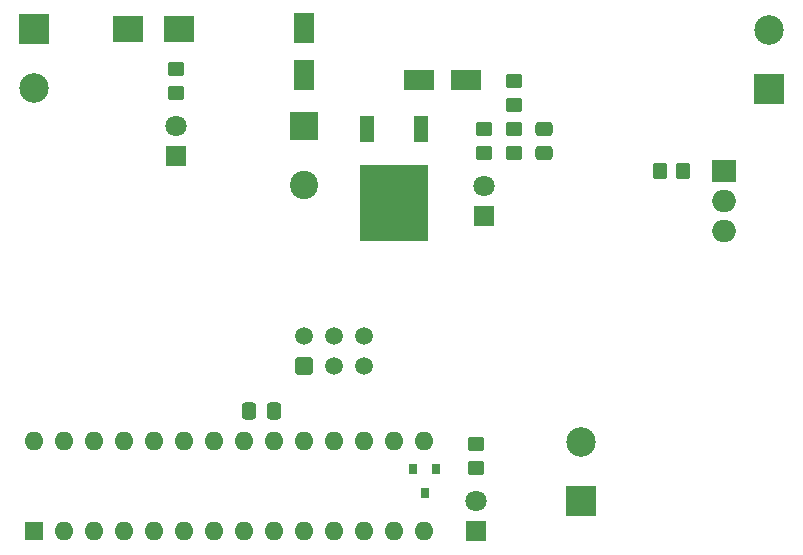
<source format=gbr>
%TF.GenerationSoftware,KiCad,Pcbnew,7.0.5*%
%TF.CreationDate,2024-03-07T15:26:59+01:00*%
%TF.ProjectId,g4_doorbell_module,67345f64-6f6f-4726-9265-6c6c5f6d6f64,rev?*%
%TF.SameCoordinates,Original*%
%TF.FileFunction,Soldermask,Bot*%
%TF.FilePolarity,Negative*%
%FSLAX46Y46*%
G04 Gerber Fmt 4.6, Leading zero omitted, Abs format (unit mm)*
G04 Created by KiCad (PCBNEW 7.0.5) date 2024-03-07 15:26:59*
%MOMM*%
%LPD*%
G01*
G04 APERTURE LIST*
G04 Aperture macros list*
%AMRoundRect*
0 Rectangle with rounded corners*
0 $1 Rounding radius*
0 $2 $3 $4 $5 $6 $7 $8 $9 X,Y pos of 4 corners*
0 Add a 4 corners polygon primitive as box body*
4,1,4,$2,$3,$4,$5,$6,$7,$8,$9,$2,$3,0*
0 Add four circle primitives for the rounded corners*
1,1,$1+$1,$2,$3*
1,1,$1+$1,$4,$5*
1,1,$1+$1,$6,$7*
1,1,$1+$1,$8,$9*
0 Add four rect primitives between the rounded corners*
20,1,$1+$1,$2,$3,$4,$5,0*
20,1,$1+$1,$4,$5,$6,$7,0*
20,1,$1+$1,$6,$7,$8,$9,0*
20,1,$1+$1,$8,$9,$2,$3,0*%
G04 Aperture macros list end*
%ADD10R,2.400000X2.400000*%
%ADD11C,2.400000*%
%ADD12R,1.800000X1.800000*%
%ADD13C,1.800000*%
%ADD14R,2.500000X2.500000*%
%ADD15C,2.500000*%
%ADD16RoundRect,0.220500X0.529500X-0.529500X0.529500X0.529500X-0.529500X0.529500X-0.529500X-0.529500X0*%
%ADD17C,1.500000*%
%ADD18R,2.000000X1.905000*%
%ADD19O,2.000000X1.905000*%
%ADD20R,1.600000X1.600000*%
%ADD21O,1.600000X1.600000*%
%ADD22RoundRect,0.250000X0.337500X0.475000X-0.337500X0.475000X-0.337500X-0.475000X0.337500X-0.475000X0*%
%ADD23RoundRect,0.250000X-0.475000X0.337500X-0.475000X-0.337500X0.475000X-0.337500X0.475000X0.337500X0*%
%ADD24RoundRect,0.249999X-0.450001X0.350001X-0.450001X-0.350001X0.450001X-0.350001X0.450001X0.350001X0*%
%ADD25RoundRect,0.249999X-0.350001X-0.450001X0.350001X-0.450001X0.350001X0.450001X-0.350001X0.450001X0*%
%ADD26R,1.200000X2.200000*%
%ADD27R,5.800000X6.400000*%
%ADD28R,1.800000X2.500000*%
%ADD29R,2.500000X2.300000*%
%ADD30R,0.800000X0.900000*%
%ADD31R,2.500000X1.800000*%
G04 APERTURE END LIST*
D10*
%TO.C,C2*%
X31685000Y-23560000D03*
D11*
X31685000Y-28560000D03*
%TD*%
D12*
%TO.C,D3*%
X46925000Y-31180000D03*
D13*
X46925000Y-28640000D03*
%TD*%
D12*
%TO.C,D4*%
X46290000Y-57850000D03*
D13*
X46290000Y-55310000D03*
%TD*%
D12*
%TO.C,D5*%
X20890000Y-26100000D03*
D13*
X20890000Y-23560000D03*
%TD*%
D14*
%TO.C,J1*%
X8825000Y-15305000D03*
D15*
X8825000Y-20305000D03*
%TD*%
D14*
%TO.C,J2*%
X55180000Y-55310000D03*
D15*
X55180000Y-50310000D03*
%TD*%
D16*
%TO.C,J3*%
X31685000Y-43880000D03*
D17*
X31685000Y-41340000D03*
X34225000Y-43880000D03*
X34225000Y-41340000D03*
X36765000Y-43880000D03*
X36765000Y-41340000D03*
%TD*%
D14*
%TO.C,J4*%
X71055000Y-20385000D03*
D15*
X71055000Y-15385000D03*
%TD*%
D18*
%TO.C,Q1*%
X67245000Y-27370000D03*
D19*
X67245000Y-29910000D03*
X67245000Y-32450000D03*
%TD*%
D20*
%TO.C,U1*%
X8825000Y-57850000D03*
D21*
X11365000Y-57850000D03*
X13905000Y-57850000D03*
X16445000Y-57850000D03*
X18985000Y-57850000D03*
X21525000Y-57850000D03*
X24065000Y-57850000D03*
X26605000Y-57850000D03*
X29145000Y-57850000D03*
X31685000Y-57850000D03*
X34225000Y-57850000D03*
X36765000Y-57850000D03*
X39305000Y-57850000D03*
X41845000Y-57850000D03*
X41845000Y-50230000D03*
X39305000Y-50230000D03*
X36765000Y-50230000D03*
X34225000Y-50230000D03*
X31685000Y-50230000D03*
X29145000Y-50230000D03*
X26605000Y-50230000D03*
X24065000Y-50230000D03*
X21525000Y-50230000D03*
X18985000Y-50230000D03*
X16445000Y-50230000D03*
X13905000Y-50230000D03*
X11365000Y-50230000D03*
X8825000Y-50230000D03*
%TD*%
D22*
%TO.C,C1*%
X29145000Y-47690000D03*
X27070000Y-47690000D03*
%TD*%
D23*
%TO.C,C3*%
X52005000Y-23792500D03*
X52005000Y-25867500D03*
%TD*%
D24*
%TO.C,R1*%
X46925000Y-23830000D03*
X46925000Y-25830000D03*
%TD*%
%TO.C,R2*%
X46290000Y-50500000D03*
X46290000Y-52500000D03*
%TD*%
%TO.C,R3*%
X49465000Y-19745001D03*
X49465000Y-21745001D03*
%TD*%
%TO.C,R4*%
X49465000Y-23830000D03*
X49465000Y-25830000D03*
%TD*%
%TO.C,R5*%
X20890000Y-18750000D03*
X20890000Y-20750000D03*
%TD*%
D25*
%TO.C,R6*%
X61800000Y-27370000D03*
X63800000Y-27370000D03*
%TD*%
D26*
%TO.C,U2*%
X37025000Y-23805000D03*
D27*
X39305000Y-30105000D03*
D26*
X41585000Y-23805000D03*
%TD*%
D28*
%TO.C,D2*%
X31685000Y-19210000D03*
X31685000Y-15210000D03*
%TD*%
D29*
%TO.C,D1*%
X21135000Y-15305000D03*
X16835000Y-15305000D03*
%TD*%
D30*
%TO.C,U3*%
X40960000Y-52610000D03*
X42860000Y-52610000D03*
X41910000Y-54610000D03*
%TD*%
D31*
%TO.C,D6*%
X41434000Y-19685000D03*
X45434000Y-19685000D03*
%TD*%
M02*

</source>
